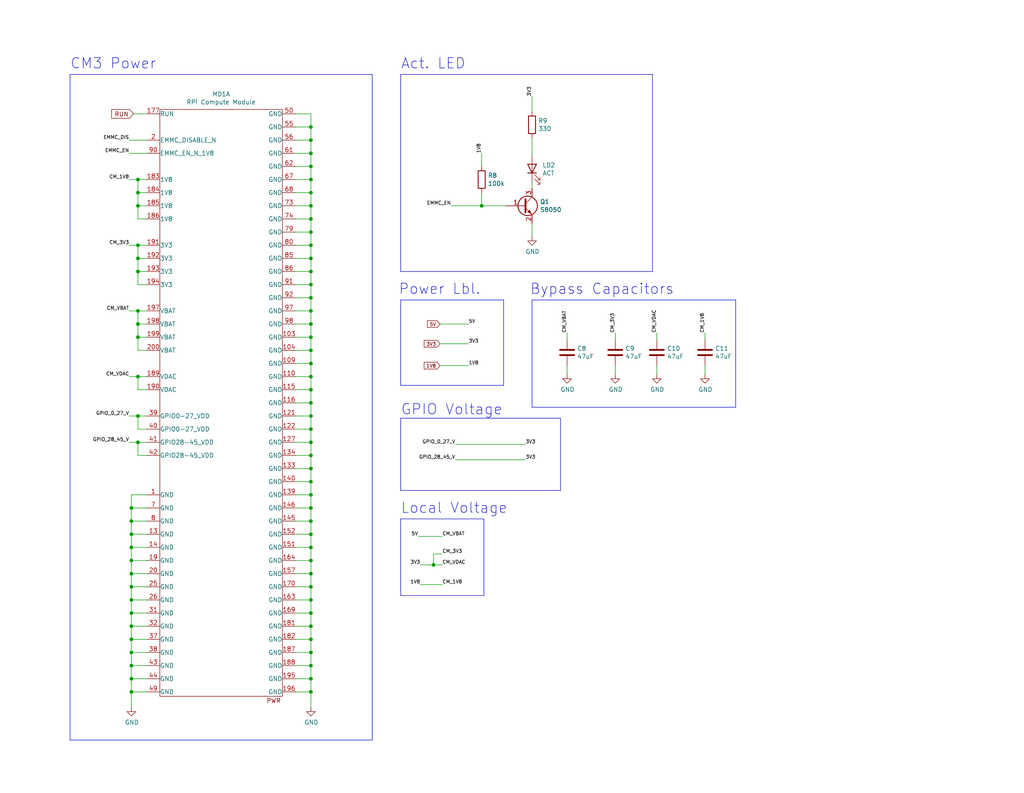
<source format=kicad_sch>
(kicad_sch (version 20230121) (generator eeschema)
  (paper "User" 297.002 229.997)
  (title_block (title "Jupiter Model A") (date "2020-05-23") (rev "0.1") (company "Francesco Ficili"))
  (lib_symbols
    (symbol "Device:C" (pin_numbers hide) (pin_names (offset 0.254))
      (property "Reference" "C" (at 0.635 2.54 0))
      (property "Value" "C" (at 0.635 -2.54 0))
      (symbol "C_0_1"
        (polyline (pts (xy -2.032 -0.762) (xy 2.032 -0.762)) (stroke (width 0.508)))
        (polyline (pts (xy -2.032 0.762) (xy 2.032 0.762)) (stroke (width 0.508)))
      )
      (symbol "C_1_1"
        (pin passive line (at 0 3.81 270) (length 2.794) (name "~") (number "1"))
        (pin passive line (at 0 -3.81 90) (length 2.794) (name "~") (number "2"))
      )
    )
    (symbol "Device:LED" (pin_numbers hide) (pin_names (offset 1.016) hide)
      (property "Reference" "D" (at 0 2.54 0))
      (property "Value" "LED" (at 0 -2.54 0))
      (symbol "LED_0_1"
        (polyline (pts (xy -1.27 -1.27) (xy -1.27 1.27)) (stroke (width 0.254)))
        (polyline (pts (xy -1.27 0) (xy 1.27 0)))
        (polyline (pts (xy 1.27 -1.27) (xy 1.27 1.27) (xy -1.27 0) (xy 1.27 -1.27)) (stroke (width 0.254)))
        (polyline (pts (xy -3.048 -0.762) (xy -4.572 -2.286) (xy -3.81 -2.286) (xy -4.572 -2.286) (xy -4.572 -1.524)))
        (polyline (pts (xy -1.778 -0.762) (xy -3.302 -2.286) (xy -2.54 -2.286) (xy -3.302 -2.286) (xy -3.302 -1.524)))
      )
      (symbol "LED_1_1"
        (pin passive line (at -3.81 0 0) (length 2.54) (name "K") (number "1"))
        (pin passive line (at 3.81 0 180) (length 2.54) (name "A") (number "2"))
      )
    )
    (symbol "Device:Q_NPN_BEC" (pin_names (offset 0) hide)
      (property "Reference" "Q" (at 5.08 1.27 0))
      (property "Value" "Q_NPN_BEC" (at 5.08 -1.27 0))
      (symbol "Q_NPN_BEC_0_1"
        (polyline (pts (xy 0.635 0.635) (xy 2.54 2.54)))
        (polyline (pts (xy 0.635 -0.635) (xy 2.54 -2.54) (xy 2.54 -2.54)))
        (polyline (pts (xy 0.635 1.905) (xy 0.635 -1.905) (xy 0.635 -1.905)) (stroke (width 0.508)))
        (polyline (pts (xy 1.27 -1.778) (xy 1.778 -1.27) (xy 2.286 -2.286) (xy 1.27 -1.778) (xy 1.27 -1.778)) (fill (type outline)))
        (circle (center 1.27 0) (radius 2.8194) (stroke (width 0.254)))
      )
      (symbol "Q_NPN_BEC_1_1"
        (pin input line (at -5.08 0 0) (length 5.715) (name "B") (number "1"))
        (pin passive line (at 2.54 -5.08 90) (length 2.54) (name "E") (number "2"))
        (pin passive line (at 2.54 5.08 270) (length 2.54) (name "C") (number "3"))
      )
    )
    (symbol "Device:R" (pin_numbers hide) (pin_names (offset 0))
      (property "Reference" "R" (at 2.032 0 90))
      (property "Value" "R" (at 0 0 90))
      (symbol "R_0_1"
        (rectangle (start -1.016 -2.54) (end 1.016 2.54) (stroke (width 0.254)))
      )
      (symbol "R_1_1"
        (pin passive line (at 0 3.81 270) (length 1.27) (name "~") (number "1"))
        (pin passive line (at 0 -3.81 90) (length 1.27) (name "~") (number "2"))
      )
    )
    (symbol "Jupiter-rescue:Board_RPi_CM3lite_200pConnector_multipart-RPi_CM" (pin_names (offset 0.0254))
      (property "Reference" "MD" (at -15.24 -86.36 0))
      (property "Value" "RPi_CM_Board_RPi_CM3lite_200pConnector_multipart" (at 0 87.63 0))
      (symbol "Board_RPi_CM3lite_200pConnector_multipart-RPi_CM_1_0"
        (text "PWR" (at 15.24 -86.36 0) (effects (font (size 1.27 1.27))))
      )
      (symbol "Board_RPi_CM3lite_200pConnector_multipart-RPi_CM_1_1"
        (rectangle (start -17.78 85.09) (end 17.78 -85.09))
        (pin input line (at -21.59 -26.67 0) (length 3.81) (name "GND") (number "1"))
        (pin input line (at 21.59 19.05 180) (length 3.81) (name "GND") (number "103"))
        (pin input line (at 21.59 15.24 180) (length 3.81) (name "GND") (number "104"))
        (pin input line (at 21.59 11.43 180) (length 3.81) (name "GND") (number "109"))
        (pin input line (at 21.59 7.62 180) (length 3.81) (name "GND") (number "110"))
        (pin input line (at 21.59 3.81 180) (length 3.81) (name "GND") (number "115"))
        (pin input line (at 21.59 0 180) (length 3.81) (name "GND") (number "116"))
        (pin input line (at 21.59 -3.81 180) (length 3.81) (name "GND") (number "121"))
        (pin input line (at 21.59 -7.62 180) (length 3.81) (name "GND") (number "122"))
        (pin input line (at 21.59 -11.43 180) (length 3.81) (name "GND") (number "127"))
        (pin input line (at -21.59 -38.1 0) (length 3.81) (name "GND") (number "13"))
        (pin input line (at 21.59 -19.05 180) (length 3.81) (name "GND") (number "133"))
        (pin input line (at 21.59 -15.24 180) (length 3.81) (name "GND") (number "134"))
        (pin input line (at 21.59 -26.67 180) (length 3.81) (name "GND") (number "139"))
        (pin input line (at -21.59 -41.91 0) (length 3.81) (name "GND") (number "14"))
        (pin input line (at 21.59 -22.86 180) (length 3.81) (name "GND") (number "140"))
        (pin input line (at 21.59 -34.29 180) (length 3.81) (name "GND") (number "145"))
        (pin input line (at 21.59 -30.48 180) (length 3.81) (name "GND") (number "146"))
        (pin input line (at 21.59 -41.91 180) (length 3.81) (name "GND") (number "151"))
        (pin input line (at 21.59 -38.1 180) (length 3.81) (name "GND") (number "152"))
        (pin input line (at 21.59 -49.53 180) (length 3.81) (name "GND") (number "157"))
        (pin input line (at 21.59 -57.15 180) (length 3.81) (name "GND") (number "163"))
        (pin input line (at 21.59 -45.72 180) (length 3.81) (name "GND") (number "164"))
        (pin input line (at 21.59 -60.96 180) (length 3.81) (name "GND") (number "169"))
        (pin input line (at 21.59 -53.34 180) (length 3.81) (name "GND") (number "170"))
        (pin input line (at -21.59 83.82 0) (length 3.81) (name "RUN") (number "177"))
        (pin no_connect line (at -21.59 80.01 0) (length 3.81) hide (name "VDD_CORE") (number "179"))
        (pin input line (at 21.59 -64.77 180) (length 3.81) (name "GND") (number "181"))
        (pin input line (at 21.59 -68.58 180) (length 3.81) (name "GND") (number "182"))
        (pin input line (at -21.59 64.77 0) (length 3.81) (name "1V8") (number "183"))
        (pin input line (at -21.59 60.96 0) (length 3.81) (name "1V8") (number "184"))
        (pin input line (at -21.59 57.15 0) (length 3.81) (name "1V8") (number "185"))
        (pin input line (at -21.59 53.34 0) (length 3.81) (name "1V8") (number "186"))
        (pin input line (at 21.59 -72.39 180) (length 3.81) (name "GND") (number "187"))
        (pin input line (at 21.59 -76.2 180) (length 3.81) (name "GND") (number "188"))
        (pin input line (at -21.59 7.62 0) (length 3.81) (name "VDAC") (number "189"))
        (pin input line (at -21.59 -45.72 0) (length 3.81) (name "GND") (number "19"))
        (pin input line (at -21.59 3.81 0) (length 3.81) (name "VDAC") (number "190"))
        (pin input line (at -21.59 45.72 0) (length 3.81) (name "3V3") (number "191"))
        (pin input line (at -21.59 41.91 0) (length 3.81) (name "3V3") (number "192"))
        (pin input line (at -21.59 38.1 0) (length 3.81) (name "3V3") (number "193"))
        (pin input line (at -21.59 34.29 0) (length 3.81) (name "3V3") (number "194"))
        (pin input line (at 21.59 -80.01 180) (length 3.81) (name "GND") (number "195"))
        (pin input line (at 21.59 -83.82 180) (length 3.81) (name "GND") (number "196"))
        (pin input line (at -21.59 26.67 0) (length 3.81) (name "VBAT") (number "197"))
        (pin input line (at -21.59 22.86 0) (length 3.81) (name "VBAT") (number "198"))
        (pin input line (at -21.59 19.05 0) (length 3.81) (name "VBAT") (number "199"))
        (pin input line (at -21.59 76.2 0) (length 3.81) (name "EMMC_DISABLE_N") (number "2"))
        (pin input line (at -21.59 -49.53 0) (length 3.81) (name "GND") (number "20"))
        (pin input line (at -21.59 15.24 0) (length 3.81) (name "VBAT") (number "200"))
        (pin input line (at -21.59 -53.34 0) (length 3.81) (name "GND") (number "25"))
        (pin input line (at -21.59 -57.15 0) (length 3.81) (name "GND") (number "26"))
        (pin input line (at -21.59 -60.96 0) (length 3.81) (name "GND") (number "31"))
        (pin input line (at -21.59 -64.77 0) (length 3.81) (name "GND") (number "32"))
        (pin input line (at -21.59 -68.58 0) (length 3.81) (name "GND") (number "37"))
        (pin input line (at -21.59 -72.39 0) (length 3.81) (name "GND") (number "38"))
        (pin input line (at -21.59 -3.81 0) (length 3.81) (name "GPIO0-27_VDD") (number "39"))
        (pin input line (at -21.59 -7.62 0) (length 3.81) (name "GPIO0-27_VDD") (number "40"))
        (pin input line (at -21.59 -11.43 0) (length 3.81) (name "GPIO28-45_VDD") (number "41"))
        (pin input line (at -21.59 -15.24 0) (length 3.81) (name "GPIO28-45_VDD") (number "42"))
        (pin input line (at -21.59 -76.2 0) (length 3.81) (name "GND") (number "43"))
        (pin input line (at -21.59 -80.01 0) (length 3.81) (name "GND") (number "44"))
        (pin input line (at -21.59 -83.82 0) (length 3.81) (name "GND") (number "49"))
        (pin input line (at 21.59 83.82 180) (length 3.81) (name "GND") (number "50"))
        (pin input line (at 21.59 80.01 180) (length 3.81) (name "GND") (number "55"))
        (pin input line (at 21.59 76.2 180) (length 3.81) (name "GND") (number "56"))
        (pin input line (at 21.59 72.39 180) (length 3.81) (name "GND") (number "61"))
        (pin input line (at 21.59 68.58 180) (length 3.81) (name "GND") (number "62"))
        (pin input line (at 21.59 64.77 180) (length 3.81) (name "GND") (number "67"))
        (pin input line (at 21.59 60.96 180) (length 3.81) (name "GND") (number "68"))
        (pin input line (at -21.59 -30.48 0) (length 3.81) (name "GND") (number "7"))
        (pin input line (at 21.59 57.15 180) (length 3.81) (name "GND") (number "73"))
        (pin input line (at 21.59 53.34 180) (length 3.81) (name "GND") (number "74"))
        (pin input line (at 21.59 49.53 180) (length 3.81) (name "GND") (number "79"))
        (pin input line (at -21.59 -34.29 0) (length 3.81) (name "GND") (number "8"))
        (pin input line (at 21.59 45.72 180) (length 3.81) (name "GND") (number "80"))
        (pin input line (at 21.59 41.91 180) (length 3.81) (name "GND") (number "85"))
        (pin input line (at 21.59 38.1 180) (length 3.81) (name "GND") (number "86"))
        (pin input line (at -21.59 72.39 0) (length 3.81) (name "EMMC_EN_N_1V8") (number "90"))
        (pin input line (at 21.59 34.29 180) (length 3.81) (name "GND") (number "91"))
        (pin input line (at 21.59 30.48 180) (length 3.81) (name "GND") (number "92"))
        (pin input line (at 21.59 26.67 180) (length 3.81) (name "GND") (number "97"))
        (pin input line (at 21.59 22.86 180) (length 3.81) (name "GND") (number "98"))
      )
      (symbol "Board_RPi_CM3lite_200pConnector_multipart-RPi_CM_2_0"
        (rectangle (start 10.16 2.54) (end 17.78 1.27) (fill (type outline)))
        (text "LENGTH 90R DIFF PAIR" (at -15.875 1.27 0) (effects (font (size 0.762 0.762)) (justify left)))
        (text "ROUTE SIGNALS AS MATCHED" (at -15.875 2.54 0) (effects (font (size 0.762 0.762)) (justify left)))
        (text "USB" (at 15.24 -6.35 0) (effects (font (size 1.27 1.27))))
      )
      (symbol "Board_RPi_CM3lite_200pConnector_multipart-RPi_CM_2_1"
        (rectangle (start -17.78 5.08) (end 17.78 -5.08))
        (pin input line (at 21.59 3.81 180) (length 3.81) (name "USB_DP") (number "165"))
        (pin input line (at 21.59 0 180) (length 3.81) (name "USB_DM") (number "167"))
        (pin input line (at 21.59 -3.81 180) (length 3.81) (name "USB_OTGID") (number "168"))
      )
      (symbol "Board_RPi_CM3lite_200pConnector_multipart-RPi_CM_3_0"
        (rectangle (start -17.78 31.75) (end 17.78 -31.75))
        (rectangle (start 10.16 -27.94) (end 17.78 -29.21) (fill (type outline)))
        (rectangle (start 10.16 -20.32) (end 17.78 -21.59) (fill (type outline)))
        (rectangle (start 10.16 -12.7) (end 17.78 -13.97) (fill (type outline)))
        (rectangle (start 10.16 -5.08) (end 17.78 -6.35) (fill (type outline)))
        (rectangle (start 10.16 2.54) (end 17.78 1.27) (fill (type outline)))
        (rectangle (start 10.16 13.97) (end 17.78 12.7) (fill (type outline)))
        (rectangle (start 10.16 21.59) (end 17.78 20.32) (fill (type outline)))
        (rectangle (start 10.16 29.21) (end 17.78 27.94) (fill (type outline)))
        (text "CAM" (at 15.24 -33.02 0) (effects (font (size 1.27 1.27))))
        (text "LENGTH 100R DIFF PAIR" (at -15.875 27.94 0) (effects (font (size 0.762 0.762)) (justify left)))
        (text "ROUTE SIGNALS AS MATCHED" (at -15.875 29.21 0) (effects (font (size 0.762 0.762)) (justify left)))
      )
      (symbol "Board_RPi_CM3lite_200pConnector_multipart-RPi_CM_3_1"
        (pin input line (at 21.59 -26.67 180) (length 3.81) (name "CAM1_DP3") (number "135"))
        (pin input line (at 21.59 22.86 180) (length 3.81) (name "CAM0_DP0") (number "136"))
        (pin input line (at 21.59 -30.48 180) (length 3.81) (name "CAM1_DN3") (number "137"))
        (pin input line (at 21.59 19.05 180) (length 3.81) (name "CAM0_DN0") (number "138"))
        (pin input line (at 21.59 -19.05 180) (length 3.81) (name "CAM1_DP2") (number "141"))
        (pin input line (at 21.59 30.48 180) (length 3.81) (name "CAM0_CP") (number "142"))
        (pin input line (at 21.59 -22.86 180) (length 3.81) (name "CAM1_DN2") (number "143"))
        (pin input line (at 21.59 26.67 180) (length 3.81) (name "CAM0_CN") (number "144"))
        (pin input line (at 21.59 3.81 180) (length 3.81) (name "CAM1_CP") (number "147"))
        (pin input line (at 21.59 15.24 180) (length 3.81) (name "CAM0_DP1") (number "148"))
        (pin input line (at 21.59 0 180) (length 3.81) (name "CAM1_CN") (number "149"))
        (pin input line (at 21.59 11.43 180) (length 3.81) (name "CAM0_DN1") (number "150"))
        (pin input line (at 21.59 -11.43 180) (length 3.81) (name "CAM1_DP1") (number "153"))
        (pin input line (at 21.59 -15.24 180) (length 3.81) (name "CAM1_DN1") (number "155"))
        (pin input line (at 21.59 -3.81 180) (length 3.81) (name "CAM1_DP0") (number "159"))
        (pin input line (at 21.59 -7.62 180) (length 3.81) (name "CAM1_DN0") (number "161"))
      )
      (symbol "Board_RPi_CM3lite_200pConnector_multipart-RPi_CM_4_0"
        (rectangle (start -17.78 27.94) (end 17.78 -24.13))
        (rectangle (start 10.16 -5.08) (end 17.78 -6.35) (fill (type outline)))
        (rectangle (start 10.16 2.54) (end 17.78 1.27) (fill (type outline)))
        (rectangle (start 10.16 10.16) (end 17.78 8.89) (fill (type outline)))
        (rectangle (start 10.16 17.78) (end 17.78 16.51) (fill (type outline)))
        (text "HDMI" (at 15.24 -25.4 0) (effects (font (size 1.27 1.27))))
        (text "LENGTH 100R DIFF PAIR" (at -15.875 17.78 0) (effects (font (size 0.762 0.762)) (justify left)))
        (text "ROUTE SIGNALS AS MATCHED" (at -15.875 19.05 0) (effects (font (size 0.762 0.762)) (justify left)))
      )
      (symbol "Board_RPi_CM3lite_200pConnector_multipart-RPi_CM_4_1"
        (pin input line (at 21.59 19.05 180) (length 3.81) (name "HDMI_CLK_N") (number "111"))
        (pin input line (at 21.59 15.24 180) (length 3.81) (name "HDMI_CLK_P") (number "113"))
        (pin input line (at 21.59 11.43 180) (length 3.81) (name "HDMI_D0_N") (number "117"))
        (pin input line (at 21.59 7.62 180) (length 3.81) (name "HDMI_D0_P") (number "119"))
        (pin input line (at 21.59 3.81 180) (length 3.81) (name "HDMI_D1_N") (number "123"))
        (pin input line (at 21.59 0 180) (length 3.81) (name "HDMI_D1_P") (number "125"))
        (pin input line (at 21.59 -3.81 180) (length 3.81) (name "HDMI_D2_N") (number "129"))
        (pin input line (at 21.59 -7.62 180) (length 3.81) (name "HDMI_D2_P") (number "131"))
        (pin input line (at 21.59 -15.24 180) (length 3.81) (name "HDMI_CEC") (number "171"))
        (pin input line (at 21.59 -19.05 180) (length 3.81) (name "HDMI_SDA") (number "173"))
        (pin input line (at 21.59 -22.86 180) (length 3.81) (name "HDMI_SCL") (number "175"))
        (pin input line (at 21.59 26.67 180) (length 3.81) (name "HDMI_HPD_N_1V8") (number "88"))
      )
      (symbol "Board_RPi_CM3lite_200pConnector_multipart-RPi_CM_5_0"
        (rectangle (start -17.78 2.54) (end -10.16 1.27) (fill (type outline)))
        (rectangle (start -17.78 10.16) (end -10.16 8.89) (fill (type outline)))
        (rectangle (start -17.78 17.78) (end -10.16 16.51) (fill (type outline)))
        (rectangle (start -17.78 20.32) (end 17.78 -17.78))
        (rectangle (start 10.16 -12.7) (end 17.78 -13.97) (fill (type outline)))
        (rectangle (start 10.16 -5.08) (end 17.78 -6.35) (fill (type outline)))
        (rectangle (start 10.16 2.54) (end 17.78 1.27) (fill (type outline)))
        (rectangle (start 10.16 10.16) (end 17.78 8.89) (fill (type outline)))
        (rectangle (start 10.16 17.78) (end 17.78 16.51) (fill (type outline)))
        (text "DSI" (at 15.24 -19.05 0) (effects (font (size 1.27 1.27))))
        (text "LENGTH 100R DIFF PAIR" (at -15.875 -15.24 0) (effects (font (size 0.762 0.762)) (justify left)))
        (text "ROUTE SIGNALS AS MATCHED" (at -15.875 -13.97 0) (effects (font (size 0.762 0.762)) (justify left)))
      )
      (symbol "Board_RPi_CM3lite_200pConnector_multipart-RPi_CM_5_1"
        (pin input line (at 21.59 19.05 180) (length 3.81) (name "DSI1_CP") (number "100"))
        (pin input line (at -21.59 0 0) (length 3.81) (name "DSI0_DP0") (number "101"))
        (pin input line (at 21.59 15.24 180) (length 3.81) (name "DSI1_CN") (number "102"))
        (pin input line (at -21.59 19.05 0) (length 3.81) (name "DSI0_CN") (number "105"))
        (pin input line (at 21.59 -11.43 180) (length 3.81) (name "DSI1_DP3") (number "106"))
        (pin input line (at -21.59 15.24 0) (length 3.81) (name "DSI0_CP") (number "107"))
        (pin input line (at 21.59 -15.24 180) (length 3.81) (name "DSI1_DN3") (number "108"))
        (pin input line (at 21.59 -3.81 180) (length 3.81) (name "DSI1_DP2") (number "112"))
        (pin input line (at 21.59 -7.62 180) (length 3.81) (name "DSI1_DN2") (number "114"))
        (pin input line (at 21.59 3.81 180) (length 3.81) (name "DSI1_DP1") (number "118"))
        (pin input line (at 21.59 0 180) (length 3.81) (name "DSI1_DN1") (number "120"))
        (pin input line (at -21.59 11.43 0) (length 3.81) (name "DSI0_DN1") (number "93"))
        (pin input line (at 21.59 11.43 180) (length 3.81) (name "DSI1_DP0") (number "94"))
        (pin input line (at -21.59 7.62 0) (length 3.81) (name "DSI0_DP1") (number "95"))
        (pin input line (at 21.59 7.62 180) (length 3.81) (name "DSI1_DN0") (number "96"))
        (pin input line (at -21.59 3.81 0) (length 3.81) (name "DSI0_DN0") (number "99"))
      )
      (symbol "Board_RPi_CM3lite_200pConnector_multipart-RPi_CM_6_0"
        (rectangle (start -17.78 43.18) (end 17.78 -43.18))
        (text "DOWNS TO AVOID FLOATING" (at 1.905 -40.005 0) (effects (font (size 0.762 0.762))))
        (text "DOWNS TO AVOID FLOATING" (at 1.905 20.955 0) (effects (font (size 0.762 0.762))))
        (text "GPIO" (at 15.24 -44.45 0) (effects (font (size 1.27 1.27))))
        (text "GPIO 28, 29 NEED 100k PULL" (at 1.905 22.225 0) (effects (font (size 0.762 0.762))))
        (text "GPIO 44, 45 NEED 100k PULL" (at 1.905 -38.735 0) (effects (font (size 0.762 0.762))))
      )
      (symbol "Board_RPi_CM3lite_200pConnector_multipart-RPi_CM_6_1"
        (pin input line (at -21.59 30.48 0) (length 3.81) (name "GPIO3") (number "11"))
        (pin input line (at -21.59 26.67 0) (length 3.81) (name "GPIO4") (number "15"))
        (pin input line (at -21.59 22.86 0) (length 3.81) (name "GPIO5") (number "17"))
        (pin input line (at -21.59 19.05 0) (length 3.81) (name "GPIO6") (number "21"))
        (pin input line (at -21.59 15.24 0) (length 3.81) (name "GPIO7") (number "23"))
        (pin input line (at -21.59 11.43 0) (length 3.81) (name "GPIO8") (number "27"))
        (pin input line (at 21.59 22.86 180) (length 3.81) (name "GPIO28") (number "28"))
        (pin input line (at -21.59 7.62 0) (length 3.81) (name "GPIO9") (number "29"))
        (pin input line (at -21.59 41.91 0) (length 3.81) (name "GPIO0") (number "3"))
        (pin input line (at 21.59 19.05 180) (length 3.81) (name "GPIO29") (number "30"))
        (pin input line (at -21.59 3.81 0) (length 3.81) (name "GPIO10") (number "33"))
        (pin input line (at 21.59 15.24 180) (length 3.81) (name "GPIO30") (number "34"))
        (pin input line (at -21.59 0 0) (length 3.81) (name "GPIO11") (number "35"))
        (pin input line (at 21.59 11.43 180) (length 3.81) (name "GPIO31") (number "36"))
        (pin input line (at -21.59 -3.81 0) (length 3.81) (name "GPIO12") (number "45"))
        (pin input line (at 21.59 7.62 180) (length 3.81) (name "GPIO32") (number "46"))
        (pin input line (at -21.59 -7.62 0) (length 3.81) (name "GPIO13") (number "47"))
        (pin input line (at 21.59 3.81 180) (length 3.81) (name "GPIO33") (number "48"))
        (pin input line (at -21.59 38.1 0) (length 3.81) (name "GPIO1") (number "5"))
        (pin input line (at -21.59 -11.43 0) (length 3.81) (name "GPIO14") (number "51"))
        (pin input line (at 21.59 0 180) (length 3.81) (name "GPIO34") (number "52"))
        (pin input line (at -21.59 -15.24 0) (length 3.81) (name "GPIO15") (number "53"))
        (pin input line (at 21.59 -3.81 180) (length 3.81) (name "GPIO35") (number "54"))
        (pin input line (at -21.59 -19.05 0) (length 3.81) (name "GPIO16") (number "57"))
        (pin input line (at 21.59 -7.62 180) (length 3.81) (name "GPIO36") (number "58"))
        (pin input line (at -21.59 -22.86 0) (length 3.81) (name "GPIO17") (number "59"))
        (pin input line (at 21.59 -11.43 180) (length 3.81) (name "GPIO37") (number "60"))
        (pin input line (at -21.59 -26.67 0) (length 3.81) (name "GPIO18") (number "63"))
        (pin input line (at 21.59 -15.24 180) (length 3.81) (name "GPIO38") (number "64"))
        (pin input line (at -21.59 -30.48 0) (length 3.81) (name "GPIO19") (number "65"))
        (pin input line (at 21.59 -19.05 180) (length 3.81) (name "GPIO39") (number "66"))
        (pin input line (at -21.59 -34.29 0) (length 3.81) (name "GPIO20") (number "69"))
        (pin input line (at 21.59 -22.86 180) (length 3.81) (name "GPIO40") (number "70"))
        (pin input line (at -21.59 -38.1 0) (length 3.81) (name "GPIO21") (number "71"))
        (pin input line (at 21.59 -26.67 180) (length 3.81) (name "GPIO41") (number "72"))
        (pin input line (at -21.59 -41.91 0) (length 3.81) (name "GPIO22") (number "75"))
        (pin input line (at 21.59 -30.48 180) (length 3.81) (name "GPIO42") (number "76"))
        (pin input line (at 21.59 41.91 180) (length 3.81) (name "GPIO23") (number "77"))
        (pin input line (at 21.59 -34.29 180) (length 3.81) (name "GPIO43") (number "78"))
        (pin input line (at 21.59 38.1 180) (length 3.81) (name "GPIO24") (number "81"))
        (pin input line (at 21.59 -38.1 180) (length 3.81) (name "GPIO44") (number "82"))
        (pin input line (at 21.59 34.29 180) (length 3.81) (name "GPIO25") (number "83"))
        (pin input line (at 21.59 -41.91 180) (length 3.81) (name "GPIO45") (number "84"))
        (pin input line (at 21.59 30.48 180) (length 3.81) (name "GPIO26") (number "87"))
        (pin input line (at 21.59 26.67 180) (length 3.81) (name "GPIO27") (number "89"))
        (pin input line (at -21.59 34.29 0) (length 3.81) (name "GPIO2") (number "9"))
      )
      (symbol "Board_RPi_CM3lite_200pConnector_multipart-RPi_CM_7_0"
        (rectangle (start -17.78 27.94) (end 17.78 -24.13))
        (text "MISC" (at 15.24 -25.4 0) (effects (font (size 1.27 1.27))))
      )
      (symbol "Board_RPi_CM3lite_200pConnector_multipart-RPi_CM_7_1"
        (pin no_connect line (at 21.59 -3.81 180) (length 3.81) (name "SDX_CLK") (number "10"))
        (pin no_connect line (at 21.59 -7.62 180) (length 3.81) (name "SDX_CMD") (number "12"))
        (pin no_connect line (at -21.59 11.43 0) (length 3.81) hide (name "NC") (number "124"))
        (pin no_connect line (at -21.59 7.62 0) (length 3.81) hide (name "NC") (number "126"))
        (pin no_connect line (at -21.59 3.81 0) (length 3.81) hide (name "NC") (number "128"))
        (pin no_connect line (at -21.59 0 0) (length 3.81) hide (name "NC") (number "130"))
        (pin no_connect line (at -21.59 -3.81 0) (length 3.81) hide (name "NC") (number "132"))
        (pin no_connect line (at -21.59 -7.62 0) (length 3.81) hide (name "NC") (number "154"))
        (pin no_connect line (at -21.59 -11.43 0) (length 3.81) hide (name "NC") (number "156"))
        (pin no_connect line (at -21.59 -15.24 0) (length 3.81) hide (name "NC") (number "158"))
        (pin no_connect line (at 21.59 -11.43 180) (length 3.81) (name "SDX_D0") (number "16"))
        (pin no_connect line (at -21.59 -19.05 0) (length 3.81) hide (name "NC") (number "160"))
        (pin no_connect line (at -21.59 -22.86 0) (length 3.81) hide (name "NC") (number "162"))
        (pin input line (at -21.59 26.67 0) (length 3.81) (name "TVDAC") (number "166"))
        (pin input line (at 21.59 26.67 180) (length 3.81) (name "VC_TRST_N") (number "172"))
        (pin input line (at 21.59 22.86 180) (length 3.81) (name "VC_TDI") (number "174"))
        (pin input line (at 21.59 19.05 180) (length 3.81) (name "VC_TMS") (number "176"))
        (pin input line (at 21.59 15.24 180) (length 3.81) (name "VC_TDO") (number "178"))
        (pin no_connect line (at 21.59 -15.24 180) (length 3.81) (name "SDX_D1") (number "18"))
        (pin input line (at 21.59 11.43 180) (length 3.81) (name "VC_TCK") (number "180"))
        (pin no_connect line (at 21.59 -19.05 180) (length 3.81) (name "SDX_D2") (number "22"))
        (pin no_connect line (at 21.59 -22.86 180) (length 3.81) (name "SDX_D3") (number "24"))
        (pin no_connect line (at 21.59 3.81 180) (length 3.81) (name "SDX_VDD") (number "4"))
        (pin no_connect line (at 21.59 0 180) (length 3.81) (name "SDX_VDD") (number "6"))
      )
    )
    (symbol "power:GND" (power) (pin_names (offset 0))
      (property "Value" "GND" (at 0 -3.81 0))
      (symbol "GND_0_1"
        (polyline (pts (xy 0 0) (xy 0 -1.27) (xy 1.27 -1.27) (xy 0 -2.54) (xy -1.27 -1.27) (xy 0 -1.27)))
      )
      (symbol "GND_1_1"
        (pin power_in line (at 0 0 270) (length 0) hide (name "GND") (number "1"))
      )
    )
  )
  (junction (at 90.17 166.37))
  (junction (at 38.1 177.8))
  (junction (at 90.17 101.6))
  (junction (at 90.17 71.12))
  (junction (at 40.005 55.88))
  (junction (at 38.1 193.04))
  (junction (at 90.17 63.5))
  (junction (at 38.1 151.13))
  (junction (at 90.17 139.7))
  (junction (at 90.17 109.22))
  (junction (at 38.1 185.42))
  (junction (at 90.17 158.75))
  (junction (at 90.17 120.65))
  (junction (at 38.1 170.18))
  (junction (at 38.1 162.56))
  (junction (at 90.17 105.41))
  (junction (at 38.1 166.37))
  (junction (at 38.1 147.32))
  (junction (at 90.17 67.31))
  (junction (at 90.17 52.07))
  (junction (at 38.1 200.66))
  (junction (at 139.7 59.69))
  (junction (at 90.17 181.61))
  (junction (at 40.005 90.17))
  (junction (at 40.005 59.69))
  (junction (at 38.1 181.61))
  (junction (at 90.17 59.69))
  (junction (at 90.17 82.55))
  (junction (at 40.005 97.79))
  (junction (at 90.17 44.45))
  (junction (at 90.17 151.13))
  (junction (at 90.17 86.36))
  (junction (at 125.73 163.83))
  (junction (at 40.005 120.65))
  (junction (at 90.17 170.18))
  (junction (at 90.17 193.04))
  (junction (at 90.17 36.83))
  (junction (at 40.005 93.98))
  (junction (at 40.005 74.93))
  (junction (at 40.005 109.22))
  (junction (at 90.17 147.32))
  (junction (at 90.17 173.99))
  (junction (at 38.1 189.23))
  (junction (at 90.17 116.84))
  (junction (at 90.17 154.94))
  (junction (at 90.17 143.51))
  (junction (at 90.17 74.93))
  (junction (at 90.17 93.98))
  (junction (at 90.17 78.74))
  (junction (at 90.17 124.46))
  (junction (at 90.17 189.23))
  (junction (at 90.17 177.8))
  (junction (at 90.17 97.79))
  (junction (at 90.17 55.88))
  (junction (at 90.17 132.08))
  (junction (at 40.005 71.12))
  (junction (at 90.17 200.66))
  (junction (at 90.17 196.85))
  (junction (at 90.17 90.17))
  (junction (at 40.005 128.27))
  (junction (at 38.1 196.85))
  (junction (at 40.005 52.07))
  (junction (at 90.17 162.56))
  (junction (at 90.17 135.89))
  (junction (at 90.17 185.42))
  (junction (at 38.1 154.94))
  (junction (at 90.17 48.26))
  (junction (at 90.17 40.64))
  (junction (at 38.1 173.99))
  (junction (at 40.005 78.74))
  (junction (at 90.17 113.03))
  (junction (at 38.1 158.75))
  (junction (at 90.17 128.27))
  (wire (pts (xy 85.725 177.8) (xy 90.17 177.8)))
  (wire (pts (xy 90.17 196.85) (xy 90.17 200.66)))
  (wire (pts (xy 90.17 86.36) (xy 90.17 90.17)))
  (polyline (pts (xy 116.205 86.995) (xy 116.205 111.76)))
  (wire (pts (xy 40.005 132.08) (xy 40.005 128.27)))
  (wire (pts (xy 178.435 96.52) (xy 178.435 98.425)))
  (wire (pts (xy 42.545 78.74) (xy 40.005 78.74)))
  (wire (pts (xy 139.7 59.69) (xy 146.685 59.69)))
  (wire (pts (xy 90.17 116.84) (xy 90.17 120.65)))
  (wire (pts (xy 125.73 163.83) (xy 125.73 160.655)))
  (wire (pts (xy 90.17 101.6) (xy 90.17 105.41)))
  (wire (pts (xy 85.725 193.04) (xy 90.17 193.04)))
  (wire (pts (xy 132.08 128.905) (xy 152.4 128.905)))
  (wire (pts (xy 90.17 193.04) (xy 90.17 196.85)))
  (wire (pts (xy 40.005 120.65) (xy 37.465 120.65)))
  (wire (pts (xy 125.73 163.83) (xy 128.27 163.83)))
  (wire (pts (xy 130.81 59.69) (xy 139.7 59.69)))
  (wire (pts (xy 38.1 177.8) (xy 38.1 173.99)))
  (wire (pts (xy 90.17 93.98) (xy 90.17 97.79)))
  (wire (pts (xy 42.545 109.22) (xy 40.005 109.22)))
  (wire (pts (xy 85.725 48.26) (xy 90.17 48.26)))
  (polyline (pts (xy 140.335 172.72) (xy 140.335 150.495)))
  (wire (pts (xy 38.1 181.61) (xy 38.1 177.8)))
  (wire (pts (xy 127.635 93.98) (xy 135.89 93.98)))
  (wire (pts (xy 38.1 200.66) (xy 38.1 196.85)))
  (wire (pts (xy 90.17 189.23) (xy 90.17 193.04)))
  (wire (pts (xy 154.305 64.77) (xy 154.305 68.58)))
  (wire (pts (xy 85.725 135.89) (xy 90.17 135.89)))
  (wire (pts (xy 90.17 151.13) (xy 90.17 154.94)))
  (polyline (pts (xy 116.205 21.59) (xy 116.205 78.74)))
  (wire (pts (xy 42.545 151.13) (xy 38.1 151.13)))
  (polyline (pts (xy 116.205 142.24) (xy 162.56 142.24)))
  (wire (pts (xy 42.545 158.75) (xy 38.1 158.75)))
  (polyline (pts (xy 189.23 78.74) (xy 189.23 21.59)))
  (wire (pts (xy 85.725 78.74) (xy 90.17 78.74)))
  (polyline (pts (xy 116.205 78.74) (xy 189.23 78.74)))
  (wire (pts (xy 85.725 189.23) (xy 90.17 189.23)))
  (polyline (pts (xy 213.36 118.11) (xy 213.36 86.995)))
  (polyline (pts (xy 146.05 111.76) (xy 116.205 111.76)))
  (wire (pts (xy 85.725 132.08) (xy 90.17 132.08)))
  (wire (pts (xy 90.17 177.8) (xy 90.17 181.61)))
  (wire (pts (xy 40.005 113.03) (xy 40.005 109.22)))
  (wire (pts (xy 38.1 166.37) (xy 38.1 162.56)))
  (wire (pts (xy 85.725 185.42) (xy 90.17 185.42)))
  (wire (pts (xy 40.005 93.98) (xy 40.005 90.17)))
  (wire (pts (xy 42.545 113.03) (xy 40.005 113.03)))
  (wire (pts (xy 85.725 143.51) (xy 90.17 143.51)))
  (wire (pts (xy 90.17 105.41) (xy 90.17 109.22)))
  (wire (pts (xy 40.005 78.74) (xy 40.005 74.93)))
  (wire (pts (xy 40.005 71.12) (xy 37.465 71.12)))
  (wire (pts (xy 42.545 173.99) (xy 38.1 173.99)))
  (wire (pts (xy 90.17 97.79) (xy 90.17 101.6)))
  (wire (pts (xy 85.725 71.12) (xy 90.17 71.12)))
  (polyline (pts (xy 116.205 150.495) (xy 116.205 172.72)))
  (wire (pts (xy 85.725 113.03) (xy 90.17 113.03)))
  (wire (pts (xy 90.17 166.37) (xy 90.17 170.18)))
  (wire (pts (xy 90.17 71.12) (xy 90.17 74.93)))
  (wire (pts (xy 42.545 162.56) (xy 38.1 162.56)))
  (wire (pts (xy 42.545 120.65) (xy 40.005 120.65)))
  (polyline (pts (xy 154.305 118.11) (xy 213.36 118.11)))
  (wire (pts (xy 42.545 124.46) (xy 40.005 124.46)))
  (polyline (pts (xy 116.205 86.995) (xy 146.05 86.995)))
  (wire (pts (xy 90.17 200.66) (xy 90.17 205.105)))
  (wire (pts (xy 90.17 40.64) (xy 90.17 44.45)))
  (wire (pts (xy 90.17 63.5) (xy 90.17 67.31)))
  (wire (pts (xy 121.92 169.545) (xy 128.27 169.545)))
  (polyline (pts (xy 107.95 21.59) (xy 20.32 21.59)))
  (wire (pts (xy 90.17 158.75) (xy 90.17 162.56)))
  (wire (pts (xy 127.635 99.695) (xy 135.89 99.695)))
  (wire (pts (xy 85.725 63.5) (xy 90.17 63.5)))
  (wire (pts (xy 42.545 170.18) (xy 38.1 170.18)))
  (wire (pts (xy 90.17 120.65) (xy 90.17 124.46)))
  (wire (pts (xy 42.545 74.93) (xy 40.005 74.93)))
  (wire (pts (xy 121.285 155.575) (xy 128.27 155.575)))
  (wire (pts (xy 125.73 160.655) (xy 128.27 160.655)))
  (wire (pts (xy 85.725 59.69) (xy 90.17 59.69)))
  (wire (pts (xy 90.17 124.46) (xy 90.17 128.27)))
  (wire (pts (xy 85.725 105.41) (xy 90.17 105.41)))
  (wire (pts (xy 42.545 55.88) (xy 40.005 55.88)))
  (wire (pts (xy 40.005 124.46) (xy 40.005 120.65)))
  (wire (pts (xy 40.005 128.27) (xy 37.465 128.27)))
  (wire (pts (xy 85.725 44.45) (xy 90.17 44.45)))
  (polyline (pts (xy 116.205 121.285) (xy 116.205 142.24)))
  (polyline (pts (xy 162.56 142.24) (xy 162.56 121.285)))
  (wire (pts (xy 90.17 78.74) (xy 90.17 82.55)))
  (wire (pts (xy 38.1 196.85) (xy 38.1 193.04)))
  (wire (pts (xy 40.005 109.22) (xy 37.465 109.22)))
  (wire (pts (xy 85.725 67.31) (xy 90.17 67.31)))
  (wire (pts (xy 90.17 74.93) (xy 90.17 78.74)))
  (wire (pts (xy 90.17 113.03) (xy 90.17 116.84)))
  (wire (pts (xy 90.17 173.99) (xy 90.17 177.8)))
  (wire (pts (xy 42.545 59.69) (xy 40.005 59.69)))
  (wire (pts (xy 90.17 128.27) (xy 90.17 132.08)))
  (polyline (pts (xy 107.95 214.63) (xy 107.95 21.59)))
  (wire (pts (xy 90.17 162.56) (xy 90.17 166.37)))
  (wire (pts (xy 139.7 48.26) (xy 139.7 44.45)))
  (polyline (pts (xy 213.36 86.995) (xy 154.305 86.995)))
  (wire (pts (xy 85.725 52.07) (xy 90.17 52.07)))
  (wire (pts (xy 90.17 48.26) (xy 90.17 52.07)))
  (wire (pts (xy 90.17 170.18) (xy 90.17 173.99)))
  (wire (pts (xy 42.545 82.55) (xy 40.005 82.55)))
  (wire (pts (xy 38.1 173.99) (xy 38.1 170.18)))
  (wire (pts (xy 90.17 147.32) (xy 90.17 151.13)))
  (polyline (pts (xy 20.32 214.63) (xy 107.95 214.63)))
  (wire (pts (xy 42.545 132.08) (xy 40.005 132.08)))
  (wire (pts (xy 85.725 120.65) (xy 90.17 120.65)))
  (wire (pts (xy 42.545 189.23) (xy 38.1 189.23)))
  (wire (pts (xy 38.1 147.32) (xy 38.1 143.51)))
  (wire (pts (xy 42.545 154.94) (xy 38.1 154.94)))
  (wire (pts (xy 40.005 101.6) (xy 40.005 97.79)))
  (polyline (pts (xy 154.305 86.995) (xy 154.305 118.11)))
  (wire (pts (xy 90.17 135.89) (xy 90.17 139.7)))
  (wire (pts (xy 90.17 44.45) (xy 90.17 48.26)))
  (wire (pts (xy 85.725 139.7) (xy 90.17 139.7)))
  (wire (pts (xy 90.17 33.02) (xy 90.17 36.83)))
  (wire (pts (xy 40.005 63.5) (xy 40.005 59.69)))
  (polyline (pts (xy 162.56 121.285) (xy 116.205 121.285)))
  (wire (pts (xy 90.17 143.51) (xy 90.17 147.32)))
  (wire (pts (xy 154.305 27.94) (xy 154.305 32.385)))
  (wire (pts (xy 42.545 181.61) (xy 38.1 181.61)))
  (wire (pts (xy 38.1 200.66) (xy 38.1 205.105)))
  (wire (pts (xy 38.1 154.94) (xy 38.1 151.13)))
  (wire (pts (xy 85.725 93.98) (xy 90.17 93.98)))
  (wire (pts (xy 85.725 147.32) (xy 90.17 147.32)))
  (wire (pts (xy 42.545 200.66) (xy 38.1 200.66)))
  (wire (pts (xy 178.435 108.585) (xy 178.435 106.045)))
  (wire (pts (xy 38.1 158.75) (xy 38.1 154.94)))
  (wire (pts (xy 85.725 40.64) (xy 90.17 40.64)))
  (wire (pts (xy 90.17 139.7) (xy 90.17 143.51)))
  (wire (pts (xy 42.545 101.6) (xy 40.005 101.6)))
  (wire (pts (xy 139.7 55.88) (xy 139.7 59.69)))
  (wire (pts (xy 85.725 196.85) (xy 90.17 196.85)))
  (wire (pts (xy 90.17 55.88) (xy 90.17 59.69)))
  (wire (pts (xy 40.005 55.88) (xy 40.005 52.07)))
  (wire (pts (xy 85.725 116.84) (xy 90.17 116.84)))
  (wire (pts (xy 90.17 52.07) (xy 90.17 55.88)))
  (wire (pts (xy 85.725 33.02) (xy 90.17 33.02)))
  (wire (pts (xy 90.17 82.55) (xy 90.17 86.36)))
  (polyline (pts (xy 116.205 172.72) (xy 140.335 172.72)))
  (polyline (pts (xy 20.32 21.59) (xy 20.32 214.63)))
  (wire (pts (xy 90.17 132.08) (xy 90.17 135.89)))
  (wire (pts (xy 85.725 173.99) (xy 90.17 173.99)))
  (wire (pts (xy 85.725 82.55) (xy 90.17 82.55)))
  (wire (pts (xy 85.725 162.56) (xy 90.17 162.56)))
  (wire (pts (xy 90.17 36.83) (xy 90.17 40.64)))
  (wire (pts (xy 85.725 90.17) (xy 90.17 90.17)))
  (wire (pts (xy 85.725 74.93) (xy 90.17 74.93)))
  (wire (pts (xy 42.545 93.98) (xy 40.005 93.98)))
  (wire (pts (xy 190.5 96.52) (xy 190.5 98.425)))
  (wire (pts (xy 42.545 143.51) (xy 38.1 143.51)))
  (wire (pts (xy 154.305 40.005) (xy 154.305 45.085)))
  (wire (pts (xy 40.005 59.69) (xy 40.005 55.88)))
  (wire (pts (xy 38.1 162.56) (xy 38.1 158.75)))
  (wire (pts (xy 85.725 166.37) (xy 90.17 166.37)))
  (wire (pts (xy 42.545 52.07) (xy 40.005 52.07)))
  (wire (pts (xy 204.47 96.52) (xy 204.47 98.425)))
  (wire (pts (xy 90.17 59.69) (xy 90.17 63.5)))
  (wire (pts (xy 42.545 97.79) (xy 40.005 97.79)))
  (wire (pts (xy 127.635 106.045) (xy 135.89 106.045)))
  (wire (pts (xy 38.1 170.18) (xy 38.1 166.37)))
  (wire (pts (xy 90.17 109.22) (xy 90.17 113.03)))
  (wire (pts (xy 40.005 82.55) (xy 40.005 78.74)))
  (wire (pts (xy 40.005 52.07) (xy 37.465 52.07)))
  (wire (pts (xy 42.545 90.17) (xy 40.005 90.17)))
  (wire (pts (xy 90.17 185.42) (xy 90.17 189.23)))
  (wire (pts (xy 42.545 128.27) (xy 40.005 128.27)))
  (wire (pts (xy 42.545 177.8) (xy 38.1 177.8)))
  (wire (pts (xy 190.5 108.585) (xy 190.5 106.045)))
  (wire (pts (xy 38.1 151.13) (xy 38.1 147.32)))
  (wire (pts (xy 164.465 96.52) (xy 164.465 98.425)))
  (wire (pts (xy 42.545 40.64) (xy 37.465 40.64)))
  (wire (pts (xy 85.725 158.75) (xy 90.17 158.75)))
  (wire (pts (xy 85.725 154.94) (xy 90.17 154.94)))
  (polyline (pts (xy 146.05 86.995) (xy 146.05 111.76)))
  (wire (pts (xy 85.725 151.13) (xy 90.17 151.13)))
  (wire (pts (xy 42.545 193.04) (xy 38.1 193.04)))
  (wire (pts (xy 42.545 71.12) (xy 40.005 71.12)))
  (wire (pts (xy 164.465 108.585) (xy 164.465 106.045)))
  (wire (pts (xy 132.08 133.35) (xy 152.4 133.35)))
  (wire (pts (xy 85.725 101.6) (xy 90.17 101.6)))
  (wire (pts (xy 90.17 181.61) (xy 90.17 185.42)))
  (wire (pts (xy 38.1 193.04) (xy 38.1 189.23)))
  (wire (pts (xy 85.725 170.18) (xy 90.17 170.18)))
  (polyline (pts (xy 140.335 150.495) (xy 116.205 150.495)))
  (wire (pts (xy 42.545 196.85) (xy 38.1 196.85)))
  (wire (pts (xy 38.1 189.23) (xy 38.1 185.42)))
  (wire (pts (xy 40.005 74.93) (xy 40.005 71.12)))
  (wire (pts (xy 85.725 200.66) (xy 90.17 200.66)))
  (wire (pts (xy 42.545 185.42) (xy 38.1 185.42)))
  (polyline (pts (xy 189.23 21.59) (xy 116.205 21.59)))
  (wire (pts (xy 121.92 163.83) (xy 125.73 163.83)))
  (wire (pts (xy 85.725 55.88) (xy 90.17 55.88)))
  (wire (pts (xy 204.47 108.585) (xy 204.47 106.045)))
  (wire (pts (xy 90.17 154.94) (xy 90.17 158.75)))
  (wire (pts (xy 85.725 97.79) (xy 90.17 97.79)))
  (wire (pts (xy 37.465 44.45) (xy 42.545 44.45)))
  (wire (pts (xy 40.005 97.79) (xy 40.005 93.98)))
  (wire (pts (xy 42.545 33.02) (xy 38.735 33.02)))
  (wire (pts (xy 85.725 109.22) (xy 90.17 109.22)))
  (wire (pts (xy 90.17 90.17) (xy 90.17 93.98)))
  (wire (pts (xy 42.545 63.5) (xy 40.005 63.5)))
  (wire (pts (xy 154.305 52.705) (xy 154.305 54.61)))
  (wire (pts (xy 85.725 181.61) (xy 90.17 181.61)))
  (wire (pts (xy 90.17 67.31) (xy 90.17 71.12)))
  (wire (pts (xy 40.005 90.17) (xy 37.465 90.17)))
  (wire (pts (xy 42.545 166.37) (xy 38.1 166.37)))
  (wire (pts (xy 85.725 36.83) (xy 90.17 36.83)))
  (wire (pts (xy 85.725 124.46) (xy 90.17 124.46)))
  (wire (pts (xy 85.725 86.36) (xy 90.17 86.36)))
  (wire (pts (xy 42.545 147.32) (xy 38.1 147.32)))
  (wire (pts (xy 38.1 185.42) (xy 38.1 181.61)))
  (wire (pts (xy 85.725 128.27) (xy 90.17 128.27)))
  (text "GPIO Voltage" (at 116.205 120.65 0) (effects (font (size 2.9972 2.9972)) (justify left bottom)))
  (text "Bypass Capacitors" (at 153.67 85.725 0) (effects (font (size 2.9972 2.9972)) (justify left bottom)))
  (text "Power Lbl." (at 115.57 85.725 0) (effects (font (size 2.9972 2.9972)) (justify left bottom)))
  (text "CM3 Power" (at 20.32 20.32 0) (effects (font (size 2.9972 2.9972)) (justify left bottom)))
  (text "Act. LED" (at 116.205 20.32 0) (effects (font (size 2.9972 2.9972)) (justify left bottom)))
  (text "Local Voltage" (at 116.205 149.225 0) (effects (font (size 2.9972 2.9972)) (justify left bottom)))
  (label "3V3" (at 154.305 27.94 90) (effects (font (size 0.9906 0.9906))))
  (label "3V3" (at 152.4 133.35 0) (effects (font (size 0.9906 0.9906))))
  (label "3V3" (at 152.4 128.905 0) (effects (font (size 0.9906 0.9906))))
  (label "CM_3V3" (at 178.435 96.52 90) (effects (font (size 0.9906 0.9906))))
  (label "1V8" (at 139.7 44.45 90) (effects (font (size 0.9906 0.9906))))
  (label "EMMC_DIS" (at 37.465 40.64 180) (effects (font (size 0.9906 0.9906))))
  (label "CM_1V8" (at 204.47 96.52 90) (effects (font (size 0.9906 0.9906))))
  (label "CM_1V8" (at 128.27 169.545 0) (effects (font (size 0.9906 0.9906))))
  (label "CM_VBAT" (at 128.27 155.575 0) (effects (font (size 0.9906 0.9906))))
  (label "CM_VDAC" (at 128.27 163.83 0) (effects (font (size 0.9906 0.9906))))
  (label "CM_VDAC" (at 190.5 96.52 90) (effects (font (size 0.9906 0.9906))))
  (label "GPIO_28_45_V" (at 132.08 133.35 180) (effects (font (size 0.9906 0.9906))))
  (label "GPIO_0_27_V" (at 132.08 128.905 180) (effects (font (size 0.9906 0.9906))))
  (label "GPIO_0_27_V" (at 37.465 120.65 180) (effects (font (size 0.9906 0.9906))))
  (label "1V8" (at 135.89 106.045 0) (effects (font (size 0.9906 0.9906))))
  (label "GPIO_28_45_V" (at 37.465 128.27 180) (effects (font (size 0.9906 0.9906))))
  (label "5V" (at 135.89 93.98 0) (effects (font (size 0.9906 0.9906))))
  (label "EMMC_EN" (at 130.81 59.69 180) (effects (font (size 0.9906 0.9906))))
  (label "EMMC_EN" (at 37.465 44.45 180) (effects (font (size 0.9906 0.9906))))
  (label "1V8" (at 121.92 169.545 180) (effects (font (size 0.9906 0.9906))))
  (label "CM_VBAT" (at 164.465 96.52 90) (effects (font (size 0.9906 0.9906))))
  (label "CM_3V3" (at 37.465 71.12 180) (effects (font (size 0.9906 0.9906))))
  (label "CM_1V8" (at 37.465 52.07 180) (effects (font (size 0.9906 0.9906))))
  (label "CM_3V3" (at 128.27 160.655 0) (effects (font (size 0.9906 0.9906))))
  (label "3V3" (at 135.89 99.695 0) (effects (font (size 0.9906 0.9906))))
  (label "3V3" (at 121.92 163.83 180) (effects (font (size 0.9906 0.9906))))
  (label "CM_VBAT" (at 37.465 90.17 180) (effects (font (size 0.9906 0.9906))))
  (label "CM_VDAC" (at 37.465 109.22 180) (effects (font (size 0.9906 0.9906))))
  (label "5V" (at 121.285 155.575 180) (effects (font (size 0.9906 0.9906))))
  (global_label "5V" (shape input) (at 127.635 93.98 180) (effects (font (size 0.9906 0.9906))) (property "Intersheetrefs" "${INTERSHEET_REFS}" (effects hide)))
  (global_label "RUN" (shape input) (at 38.735 33.02 180) (property "Intersheetrefs" "${INTERSHEET_REFS}" (effects hide)))
  (global_label "3V3" (shape input) (at 127.635 99.695 180) (effects (font (size 0.9906 0.9906))) (property "Intersheetrefs" "${INTERSHEET_REFS}" (effects hide)))
  (global_label "1V8" (shape input) (at 127.635 106.045 180) (effects (font (size 0.9906 0.9906))) (property "Intersheetrefs" "${INTERSHEET_REFS}" (effects hide)))
  (symbol (lib_id "Jupiter-rescue:Board_RPi_CM3lite_200pConnector_multipart-RPi_CM") (at 64.135 116.84 0) (unit 1)
    (property "Reference" "MD1" (at 64.135 27.305 0))
    (property "Value" "RPi Compute Module" (at 64.135 29.6164 0))
    (property "Footprint" "RPi_CM:Conn_TE-DDR2-SODIMM-0.6-200P-doublesided" (effects hide))
    (property "Datasheet" "_" (effects hide))
    (property "Manf#" "TE-DDR2-SODIMM-0.6-200P-doublesided" (effects hide))
    (property "Manf" "SODIMM 200" (effects hide))
  )
  (symbol (lib_id "power:GND") (at 90.17 205.105 0) (unit 1)
    (property "Reference" "#PWR014" (effects hide))
    (property "Value" "GND" (at 90.297 209.4992 0))
  )
  (symbol (lib_id "power:GND") (at 38.1 205.105 0) (unit 1)
    (property "Reference" "#PWR013" (effects hide))
    (property "Value" "GND" (at 38.227 209.4992 0))
  )
  (symbol (lib_id "Device:R") (at 139.7 52.07 0) (unit 1)
    (property "Reference" "R8" (at 141.478 50.9016 0) (effects (justify left)))
    (property "Value" "100k" (at 141.478 53.213 0) (effects (justify left)))
    (property "Footprint" "Resistor_SMD:R_0603_1608Metric" (effects hide))
    (property "Manf" "0603_R" (effects hide))
  )
  (symbol (lib_id "power:GND") (at 154.305 68.58 0) (unit 1)
    (property "Reference" "#PWR015" (effects hide))
    (property "Value" "GND" (at 154.432 72.9742 0))
  )
  (symbol (lib_id "Device:LED") (at 154.305 48.895 90) (unit 1)
    (property "Reference" "LD2" (at 157.3022 47.9044 90) (effects (justify right)))
    (property "Value" "ACT" (at 157.3022 50.2158 90) (effects (justify right)))
    (property "Footprint" "LED_SMD:LED_0805_2012Metric" (effects hide))
    (property "Manf" "LED_0805" (effects hide))
  )
  (symbol (lib_id "Device:R") (at 154.305 36.195 0) (unit 1)
    (property "Reference" "R9" (at 156.083 35.0266 0) (effects (justify left)))
    (property "Value" "330" (at 156.083 37.338 0) (effects (justify left)))
    (property "Footprint" "Resistor_SMD:R_0603_1608Metric" (effects hide))
    (property "Manf" "0603_R" (effects hide))
  )
  (symbol (lib_id "Device:C") (at 164.465 102.235 0) (unit 1)
    (property "Reference" "C8" (at 167.386 101.0666 0) (effects (justify left)))
    (property "Value" "47uF" (at 167.386 103.378 0) (effects (justify left)))
    (property "Footprint" "Capacitor_SMD:C_1206_3216Metric" (effects hide))
    (property "Manf" "1206_C" (effects hide))
  )
  (symbol (lib_id "power:GND") (at 164.465 108.585 0) (unit 1)
    (property "Reference" "#PWR016" (effects hide))
    (property "Value" "GND" (at 164.592 112.9792 0))
  )
  (symbol (lib_id "Device:C") (at 178.435 102.235 0) (unit 1)
    (property "Reference" "C9" (at 181.356 101.0666 0) (effects (justify left)))
    (property "Value" "47uF" (at 181.356 103.378 0) (effects (justify left)))
    (property "Footprint" "Capacitor_SMD:C_1206_3216Metric" (effects hide))
    (property "Manf" "1206_C" (effects hide))
  )
  (symbol (lib_id "power:GND") (at 178.435 108.585 0) (unit 1)
    (property "Reference" "#PWR017" (effects hide))
    (property "Value" "GND" (at 178.562 112.9792 0))
  )
  (symbol (lib_id "Device:C") (at 190.5 102.235 0) (unit 1)
    (property "Reference" "C10" (at 193.421 101.0666 0) (effects (justify left)))
    (property "Value" "47uF" (at 193.421 103.378 0) (effects (justify left)))
    (property "Footprint" "Capacitor_SMD:C_1206_3216Metric" (effects hide))
    (property "Manf" "1206_C" (effects hide))
  )
  (symbol (lib_id "power:GND") (at 190.5 108.585 0) (unit 1)
    (property "Reference" "#PWR018" (effects hide))
    (property "Value" "GND" (at 190.627 112.9792 0))
  )
  (symbol (lib_id "Device:C") (at 204.47 102.235 0) (unit 1)
    (property "Reference" "C11" (at 207.391 101.0666 0) (effects (justify left)))
    (property "Value" "47uF" (at 207.391 103.378 0) (effects (justify left)))
    (property "Footprint" "Capacitor_SMD:C_1206_3216Metric" (effects hide))
    (property "Manf" "1206_C" (effects hide))
  )
  (symbol (lib_id "power:GND") (at 204.47 108.585 0) (unit 1)
    (property "Reference" "#PWR019" (effects hide))
    (property "Value" "GND" (at 204.597 112.9792 0))
  )
  (symbol (lib_id "Device:Q_NPN_BEC") (at 151.765 59.69 0) (unit 1)
    (property "Reference" "Q1" (at 156.591 58.5216 0) (effects (justify left)))
    (property "Value" "S8050" (at 156.591 60.833 0) (effects (justify left)))
    (property "Footprint" "Package_TO_SOT_SMD:SOT-23" (effects hide))
    (property "Manf" "S8050 SOT-23" (effects hide))
  )
)
</source>
